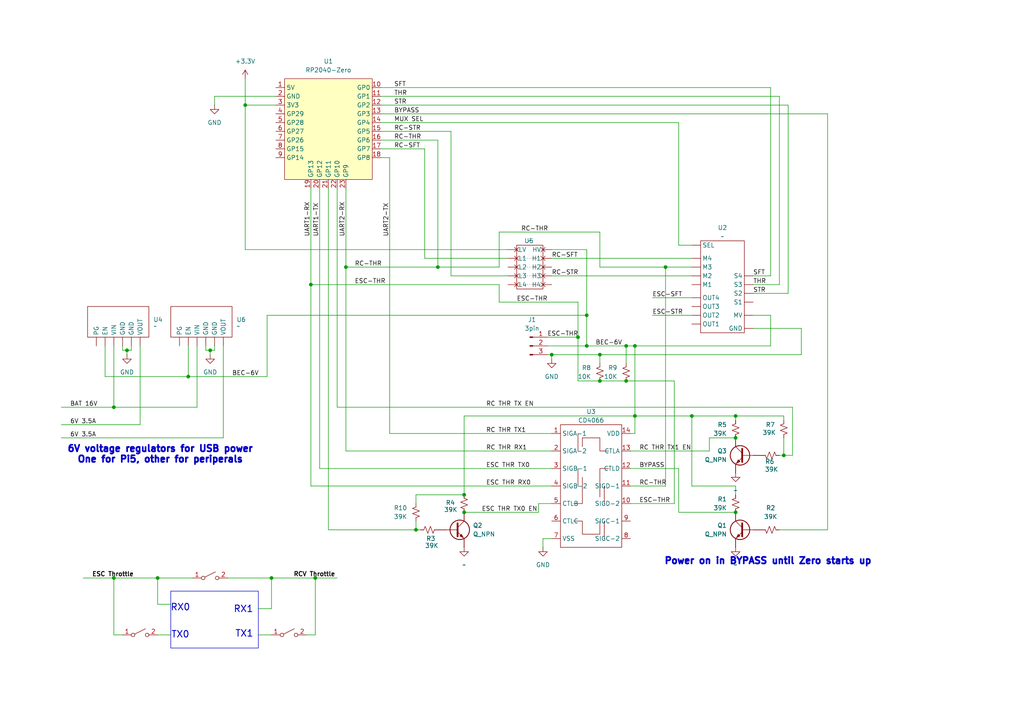
<source format=kicad_sch>
(kicad_sch (version 20250114) (generator "eeschema") (generator_version "9.0")
  (paper "A4")
  (lib_symbols
    (symbol "CD4066_1"
      (property "Reference" "U" (at 0 0 0))
      (symbol "CD4066_1_0_1"
        (rectangle (start -8.89 -5.08) (end 8.89 -40.64))
        (polyline (pts (xy -5.08 -27.94) (xy -2.54 -27.94) (xy -2.54 -20.32)))
        (polyline (pts (xy -5.08 -33.02) (xy -2.54 -33.02) (xy -2.54 -36.83) (xy 2.54 -36.83)))
        (polyline (pts (xy -3.81 -7.62) (xy -3.81 -12.7)))
        (polyline (pts (xy -3.81 -17.78) (xy -3.81 -22.86)))
        (polyline (pts (xy -2.54 -8.89) (xy -2.54 -11.43)))
        (polyline (pts (xy 2.54 -36.83) (xy 2.54 -33.02)))
        (polyline (pts (xy 3.81 -22.86) (xy 3.81 -27.94)))
        (polyline (pts (xy 3.81 -33.02) (xy 3.81 -38.1)))
        (polyline (pts (xy 5.08 -12.7) (xy 2.54 -12.7) (xy 2.54 -8.89) (xy -2.54 -8.89)))
        (polyline (pts (xy 5.08 -17.78) (xy 2.54 -17.78) (xy 2.54 -26.035)))
      )
      (symbol "CD4066_1_1_1"
        (pin passive line (at -11.43 -7.62 0) (length 2.54) (name "SIGA-1") (number "1"))
        (pin passive line (at -11.43 -12.7 0) (length 2.54) (name "SIGA-2") (number "2"))
        (pin passive line (at -11.43 -17.78 0) (length 2.54) (name "SIGB-1") (number "3"))
        (pin passive line (at -11.43 -22.86 0) (length 2.54) (name "SIGB-2") (number "4"))
        (pin input line (at -11.43 -27.94 0) (length 2.54) (name "CTLB") (number "5"))
        (pin input line (at -11.43 -33.02 0) (length 2.54) (name "CTLC") (number "6"))
        (pin power_in line (at -11.43 -38.1 0) (length 2.54) (name "VSS") (number "7"))
        (pin power_in line (at 11.43 -7.62 180) (length 2.54) (name "VDD") (number "14"))
        (pin input line (at 11.43 -12.7 180) (length 2.54) (name "CTLA") (number "13"))
        (pin input line (at 11.43 -17.78 180) (length 2.54) (name "CTLD") (number "12"))
        (pin passive line (at 11.43 -22.86 180) (length 2.54) (name "SIGD-1") (number "11"))
        (pin passive line (at 11.43 -27.94 180) (length 2.54) (name "SIGD-2") (number "10"))
        (pin passive line (at 11.43 -33.02 180) (length 2.54) (name "SIGC-1") (number "9"))
        (pin passive line (at 11.43 -38.1 180) (length 2.54) (name "SIGC-2") (number "8"))
      )
    )
    (symbol "Connector:Conn_01x03_Pin" (pin_names (offset 1.016) (hide yes))
      (property "Reference" "J" (at 0 5.08 0))
      (property "Value" "Conn_01x03_Pin" (at 0 -5.08 0))
      (symbol "Conn_01x03_Pin_1_1"
        (rectangle (start 0.8636 2.667) (end 0 2.413) (stroke (width 0.1524)) (fill (type outline)))
        (rectangle (start 0.8636 0.127) (end 0 -0.127) (stroke (width 0.1524)) (fill (type outline)))
        (rectangle (start 0.8636 -2.413) (end 0 -2.667) (stroke (width 0.1524)) (fill (type outline)))
        (polyline (pts (xy 1.27 2.54) (xy 0.8636 2.54)) (stroke (width 0.1524)))
        (polyline (pts (xy 1.27 0) (xy 0.8636 0)) (stroke (width 0.1524)))
        (polyline (pts (xy 1.27 -2.54) (xy 0.8636 -2.54)) (stroke (width 0.1524)))
        (pin passive line (at 5.08 2.54 180) (length 3.81) (name "Pin_1") (number "1"))
        (pin passive line (at 5.08 0 180) (length 3.81) (name "Pin_2") (number "2"))
        (pin passive line (at 5.08 -2.54 180) (length 3.81) (name "Pin_3") (number "3"))
      )
    )
    (symbol "D36V28F6_1"
      (property "Reference" "U" (at 0 0 0))
      (symbol "D36V28F6_1_0_1"
        (rectangle (start -8.89 -2.54) (end 8.89 -11.43))
      )
      (symbol "D36V28F6_1_1_1"
        (pin open_collector line (at -6.35 -13.97 90) (length 2.54) (name "PG") (number ""))
        (pin input line (at -3.81 -13.97 90) (length 2.54) (name "EN") (number ""))
        (pin power_in line (at -1.27 -13.97 90) (length 2.54) (name "VIN") (number ""))
        (pin power_in line (at 1.27 -13.97 90) (length 2.54) (name "GND") (number ""))
        (pin power_in line (at 3.81 -13.97 90) (length 2.54) (name "GND") (number ""))
        (pin power_out line (at 6.35 -13.97 90) (length 2.54) (name "VOUT") (number ""))
      )
    )
    (symbol "Device:Q_NPN" (pin_numbers (hide yes)) (pin_names (offset 0) (hide yes))
      (property "Reference" "Q" (at 5.08 1.27 0))
      (property "Value" "Q_NPN" (at 5.08 -1.27 0))
      (symbol "Q_NPN_0_1"
        (polyline (pts (xy -2.54 0) (xy 0.635 0)))
        (polyline (pts (xy 0.635 1.905) (xy 0.635 -1.905)) (stroke (width 0.508)))
        (polyline (pts (xy 0.635 0.635) (xy 2.54 2.54)))
        (polyline (pts (xy 0.635 -0.635) (xy 2.54 -2.54)))
        (circle (center 1.27 0) (radius 2.8194) (stroke (width 0.254)))
        (polyline (pts (xy 1.27 -1.778) (xy 1.778 -1.27) (xy 2.286 -2.286) (xy 1.27 -1.778)) (fill (type outline)))
      )
      (symbol "Q_NPN_1_1"
        (pin input line (at -5.08 0 0) (length 2.54) (name "B") (number "B"))
        (pin passive line (at 2.54 5.08 270) (length 2.54) (name "C") (number "C"))
        (pin passive line (at 2.54 -5.08 90) (length 2.54) (name "E") (number "E"))
      )
    )
    (symbol "Device:R_Small_US" (pin_numbers (hide yes)) (pin_names (offset 0.254) (hide yes))
      (property "Reference" "R" (at 0.762 0.508 0))
      (property "Value" "R_Small_US" (at 0.762 -1.016 0))
      (symbol "R_Small_US_1_1"
        (polyline (pts (xy 0 1.524) (xy 1.016 1.143) (xy 0 0.762) (xy -1.016 0.381) (xy 0 0)))
        (polyline (pts (xy 0 0) (xy 1.016 -0.381) (xy 0 -0.762) (xy -1.016 -1.143) (xy 0 -1.524)))
        (pin passive line (at 0 2.54 270) (length 1.016) (name "~") (number "1"))
        (pin passive line (at 0 -2.54 90) (length 1.016) (name "~") (number "2"))
      )
    )
    (symbol "MyRobot:D36V28F6"
      (property "Reference" "U" (at 0 0 0))
      (symbol "D36V28F6_0_1"
        (rectangle (start -8.89 -2.54) (end 8.89 -11.43))
      )
      (symbol "D36V28F6_1_1"
        (pin open_collector line (at -6.35 -13.97 90) (length 2.54) (name "PG") (number ""))
        (pin input line (at -3.81 -13.97 90) (length 2.54) (name "EN") (number ""))
        (pin power_in line (at -1.27 -13.97 90) (length 2.54) (name "VIN") (number ""))
        (pin power_in line (at 1.27 -13.97 90) (length 2.54) (name "GND") (number ""))
        (pin power_in line (at 3.81 -13.97 90) (length 2.54) (name "GND") (number ""))
        (pin power_out line (at 6.35 -13.97 90) (length 2.54) (name "VOUT") (number ""))
      )
    )
    (symbol "MyRobot:LVL-SHIFT"
      (property "Reference" "U" (at 0 0 0))
      (symbol "LVL-SHIFT_0_1"
        (rectangle (start -3.81 -1.27) (end 3.81 -13.97))
        (polyline (pts (xy -2.54 -5.08) (xy 2.54 -5.08)) (stroke (width 0) (type dot)))
        (polyline (pts (xy -2.54 -7.62) (xy 2.54 -7.62)) (stroke (width 0) (type dot)))
        (polyline (pts (xy -2.54 -10.16) (xy 2.54 -10.16)) (stroke (width 0) (type dot)))
        (polyline (pts (xy -2.54 -12.7) (xy 2.54 -12.7)) (stroke (width 0) (type dot)))
      )
      (symbol "LVL-SHIFT_1_1"
        (pin power_in non_logic (at -6.35 -2.54 0) (length 2.54) (name "LV") (number ""))
        (pin passive non_logic (at -6.35 -5.08 0) (length 2.54) (name "L1") (number ""))
        (pin passive non_logic (at -6.35 -7.62 0) (length 2.54) (name "L2") (number ""))
        (pin passive non_logic (at -6.35 -10.16 0) (length 2.54) (name "L3") (number ""))
        (pin passive non_logic (at -6.35 -12.7 0) (length 2.54) (name "L4") (number ""))
        (pin power_in non_logic (at 6.35 -2.54 180) (length 2.54) (name "HV") (number ""))
        (pin passive non_logic (at 6.35 -5.08 180) (length 2.54) (name "H1") (number ""))
        (pin passive non_logic (at 6.35 -7.62 180) (length 2.54) (name "H2") (number ""))
        (pin passive non_logic (at 6.35 -10.16 180) (length 2.54) (name "H3") (number ""))
        (pin passive non_logic (at 6.35 -12.7 180) (length 2.54) (name "H4") (number ""))
      )
    )
    (symbol "MyRobot:RCMUX"
      (property "Reference" "U" (at 0 0 0))
      (symbol "RCMUX_0_1"
        (rectangle (start -6.35 -1.27) (end 6.35 -27.94))
      )
      (symbol "RCMUX_1_1"
        (pin input line (at -8.89 -2.54 0) (length 2.54) (name "SEL") (number ""))
        (pin input line (at -8.89 -6.35 0) (length 2.54) (name "M4") (number ""))
        (pin input line (at -8.89 -8.89 0) (length 2.54) (name "M3") (number ""))
        (pin input line (at -8.89 -11.43 0) (length 2.54) (name "M2") (number ""))
        (pin input line (at -8.89 -13.97 0) (length 2.54) (name "M1") (number ""))
        (pin output line (at -8.89 -17.78 0) (length 2.54) (name "OUT4") (number ""))
        (pin output line (at -8.89 -20.32 0) (length 2.54) (name "OUT3") (number ""))
        (pin output line (at -8.89 -22.86 0) (length 2.54) (name "OUT2") (number ""))
        (pin output line (at -8.89 -25.4 0) (length 2.54) (name "OUT1") (number ""))
        (pin input line (at 8.89 -11.43 180) (length 2.54) (name "S4") (number ""))
        (pin input line (at 8.89 -13.97 180) (length 2.54) (name "S3") (number ""))
        (pin input line (at 8.89 -16.51 180) (length 2.54) (name "S2") (number ""))
        (pin input line (at 8.89 -19.05 180) (length 2.54) (name "S1") (number ""))
        (pin input line (at 8.89 -22.86 180) (length 2.54) (name "MV") (number ""))
        (pin input line (at 8.89 -26.67 180) (length 2.54) (name "GND") (number ""))
      )
    )
    (symbol "RP2040:RP2040-Zero"
      (property "Reference" "U" (at 0 0 0))
      (property "Value" "RP2040-Zero" (at 0 8.89 0))
      (symbol "RP2040-Zero_0_1"
        (rectangle (start -12.7 7.62) (end 12.7 -21.59) (fill (type background)))
      )
      (symbol "RP2040-Zero_1_1"
        (pin power_in line (at -15.24 5.08 0) (length 2.54) (name "5V") (number "1"))
        (pin power_in line (at -15.24 2.54 0) (length 2.54) (name "GND") (number "2"))
        (pin power_in line (at -15.24 0 0) (length 2.54) (name "3V3") (number "3"))
        (pin bidirectional line (at -15.24 -2.54 0) (length 2.54) (name "GP29") (number "4"))
        (pin bidirectional line (at -15.24 -5.08 0) (length 2.54) (name "GP28") (number "5"))
        (pin bidirectional line (at -15.24 -7.62 0) (length 2.54) (name "GP27") (number "6"))
        (pin bidirectional line (at -15.24 -10.16 0) (length 2.54) (name "GP26") (number "7"))
        (pin bidirectional line (at -15.24 -12.7 0) (length 2.54) (name "GP15") (number "8"))
        (pin bidirectional line (at -15.24 -15.24 0) (length 2.54) (name "GP14") (number "9"))
        (pin bidirectional line (at -5.08 -24.13 90) (length 2.54) (name "GP13") (number "19"))
        (pin bidirectional line (at -2.54 -24.13 90) (length 2.54) (name "GP12") (number "20"))
        (pin bidirectional line (at 0 -24.13 90) (length 2.54) (name "GP11") (number "21"))
        (pin bidirectional line (at 2.54 -24.13 90) (length 2.54) (name "GP10") (number "22"))
        (pin bidirectional line (at 5.08 -24.13 90) (length 2.54) (name "GP9") (number "23"))
        (pin bidirectional line (at 15.24 5.08 180) (length 2.54) (name "GP0") (number "10"))
        (pin bidirectional line (at 15.24 2.54 180) (length 2.54) (name "GP1") (number "11"))
        (pin bidirectional line (at 15.24 0 180) (length 2.54) (name "GP2") (number "12"))
        (pin bidirectional line (at 15.24 -2.54 180) (length 2.54) (name "GP3") (number "13"))
        (pin bidirectional line (at 15.24 -5.08 180) (length 2.54) (name "GP4") (number "14"))
        (pin bidirectional line (at 15.24 -7.62 180) (length 2.54) (name "GP5") (number "15"))
        (pin bidirectional line (at 15.24 -10.16 180) (length 2.54) (name "GP6") (number "16"))
        (pin bidirectional line (at 15.24 -12.7 180) (length 2.54) (name "GP7") (number "17"))
        (pin bidirectional line (at 15.24 -15.24 180) (length 2.54) (name "GP8") (number "18"))
      )
    )
    (symbol "Switch:SW_SPST" (pin_names (offset 0) (hide yes))
      (property "Reference" "SW" (at 0 3.175 0))
      (property "Value" "SW_SPST" (at 0 -2.54 0))
      (symbol "SW_SPST_0_0"
        (circle (center -2.032 0) (radius 0.508))
        (polyline (pts (xy -1.524 0.254) (xy 1.524 1.778)))
        (circle (center 2.032 0) (radius 0.508))
      )
      (symbol "SW_SPST_1_1"
        (pin passive line (at -5.08 0 0) (length 2.54) (name "A") (number "1"))
        (pin passive line (at 5.08 0 180) (length 2.54) (name "B") (number "2"))
      )
    )
    (symbol "power:+3.3V" (power) (pin_numbers (hide yes)) (pin_names (offset 0) (hide yes))
      (property "Value" "+3.3V" (at 0 3.556 0))
      (symbol "+3.3V_0_1"
        (polyline (pts (xy -0.762 1.27) (xy 0 2.54)))
        (polyline (pts (xy 0 2.54) (xy 0.762 1.27)))
        (polyline (pts (xy 0 0) (xy 0 2.54)))
      )
      (symbol "+3.3V_1_1"
        (pin power_in line (at 0 0 90) (length 0) (name "~") (number "1"))
      )
    )
    (symbol "power:GND" (power) (pin_numbers (hide yes)) (pin_names (offset 0) (hide yes))
      (property "Value" "GND" (at 0 -3.81 0))
      (symbol "GND_0_1"
        (polyline (pts (xy 0 0) (xy 0 -1.27) (xy 1.27 -1.27) (xy 0 -2.54) (xy -1.27 -1.27) (xy 0 -1.27)))
      )
      (symbol "GND_1_1"
        (pin power_in line (at 0 0 270) (length 0) (name "~") (number "1"))
      )
    )
  )
  (rectangle (start 49.53 171.45) (end 74.93 187.96))
  (text "TX0" (at 52.324 184.15 0) (effects (font (size 1.905 1.905) (thickness 0.254) (bold yes))))
  (text "Power on in BYPASS until Zero starts up" (at 222.758 162.814 0) (effects (font (size 1.905 1.905) (thickness 0.508) (bold yes))))
  (text "6V voltage regulators for USB power\nOne for Pi5, other for periperals" (at 46.482 131.826 0) (effects (font (size 1.905 1.905) (thickness 0.508) (bold yes))))
  (text "RX1" (at 70.612 176.784 0) (effects (font (size 1.905 1.905) (thickness 0.254) (bold yes))))
  (text "RX0" (at 52.324 176.276 0) (effects (font (size 1.905 1.905) (thickness 0.254) (bold yes))))
  (text "TX1" (at 70.866 183.896 0) (effects (font (size 1.905 1.905) (thickness 0.254) (bold yes))))
  (junction (at 167.64 97.79))
  (junction (at 184.15 100.33))
  (junction (at 134.62 143.51))
  (junction (at 120.65 153.67))
  (junction (at 213.36 120.65))
  (junction (at 160.02 102.87))
  (junction (at 134.62 148.59))
  (junction (at 213.36 127))
  (junction (at 60.96 101.6))
  (junction (at 90.17 82.55))
  (junction (at 36.83 101.6))
  (junction (at 45.72 167.64))
  (junction (at 181.61 100.33))
  (junction (at 91.44 167.64))
  (junction (at 200.66 120.65))
  (junction (at 193.04 77.47))
  (junction (at 33.02 167.64))
  (junction (at 170.18 91.44))
  (junction (at 127 77.47))
  (junction (at 181.61 110.49))
  (junction (at 78.74 167.64))
  (junction (at 170.18 100.33))
  (junction (at 100.33 77.47))
  (junction (at 71.12 30.48))
  (junction (at 213.36 148.59))
  (junction (at 227.33 132.08))
  (junction (at 173.99 102.87))
  (junction (at 33.02 118.11))
  (junction (at 54.61 109.22))
  (junction (at 173.99 110.49))
  (junction (at 184.15 120.65))
  (wire (pts (xy 110.49 33.02) (xy 240.03 33.02)))
  (wire (pts (xy 228.6 85.09) (xy 218.44 85.09)))
  (wire (pts (xy 100.33 130.81) (xy 160.02 130.81)))
  (wire (pts (xy 113.03 45.72) (xy 113.03 125.73)))
  (wire (pts (xy 90.17 140.97) (xy 160.02 140.97)))
  (wire (pts (xy 130.81 38.1) (xy 130.81 80.01)))
  (wire (pts (xy 71.12 30.48) (xy 80.01 30.48)))
  (wire (pts (xy 62.23 27.94) (xy 80.01 27.94)))
  (wire (pts (xy 45.72 175.26) (xy 49.53 175.26)))
  (wire (pts (xy 144.78 67.31) (xy 173.99 67.31)))
  (wire (pts (xy 130.81 80.01) (xy 147.32 80.01)))
  (wire (pts (xy 36.83 101.6) (xy 36.83 102.87)))
  (wire (pts (xy 77.47 91.44) (xy 77.47 109.22)))
  (wire (pts (xy 35.56 100.33) (xy 35.56 101.6)))
  (wire (pts (xy 232.41 102.87) (xy 232.41 95.25)))
  (wire (pts (xy 195.58 110.49) (xy 195.58 146.05)))
  (wire (pts (xy 33.02 184.15) (xy 35.56 184.15)))
  (wire (pts (xy 64.77 100.33) (xy 64.77 127)))
  (wire (pts (xy 91.44 167.64) (xy 97.79 167.64)))
  (wire (pts (xy 35.56 101.6) (xy 36.83 101.6)))
  (wire (pts (xy 196.85 135.89) (xy 196.85 148.59)))
  (wire (pts (xy 71.12 72.39) (xy 71.12 30.48)))
  (wire (pts (xy 91.44 167.64) (xy 91.44 184.15)))
  (wire (pts (xy 182.88 125.73) (xy 184.15 125.73)))
  (wire (pts (xy 170.18 91.44) (xy 170.18 100.33)))
  (wire (pts (xy 213.36 120.65) (xy 227.33 120.65)))
  (wire (pts (xy 144.78 67.31) (xy 144.78 77.47)))
  (wire (pts (xy 223.52 25.4) (xy 223.52 80.01)))
  (wire (pts (xy 173.99 77.47) (xy 193.04 77.47)))
  (wire (pts (xy 120.65 143.51) (xy 134.62 143.51)))
  (wire (pts (xy 17.78 123.19) (xy 40.64 123.19)))
  (wire (pts (xy 228.6 30.48) (xy 228.6 85.09)))
  (wire (pts (xy 110.49 25.4) (xy 223.52 25.4)))
  (wire (pts (xy 123.19 43.18) (xy 123.19 74.93)))
  (wire (pts (xy 54.61 109.22) (xy 77.47 109.22)))
  (wire (pts (xy 193.04 77.47) (xy 193.04 140.97)))
  (wire (pts (xy 113.03 125.73) (xy 160.02 125.73)))
  (wire (pts (xy 227.33 132.08) (xy 229.87 132.08)))
  (wire (pts (xy 223.52 91.44) (xy 218.44 91.44)))
  (wire (pts (xy 45.72 184.15) (xy 49.53 184.15)))
  (wire (pts (xy 24.13 167.64) (xy 33.02 167.64)))
  (wire (pts (xy 173.99 102.87) (xy 232.41 102.87)))
  (wire (pts (xy 229.87 118.11) (xy 229.87 132.08)))
  (wire (pts (xy 110.49 43.18) (xy 123.19 43.18)))
  (wire (pts (xy 158.75 100.33) (xy 170.18 100.33)))
  (wire (pts (xy 123.19 74.93) (xy 147.32 74.93)))
  (wire (pts (xy 134.62 148.59) (xy 156.21 148.59)))
  (wire (pts (xy 158.75 97.79) (xy 167.64 97.79)))
  (wire (pts (xy 100.33 77.47) (xy 127 77.47)))
  (wire (pts (xy 45.72 167.64) (xy 55.88 167.64)))
  (wire (pts (xy 213.36 148.59) (xy 196.85 148.59)))
  (wire (pts (xy 134.62 120.65) (xy 134.62 143.51)))
  (wire (pts (xy 127 77.47) (xy 144.78 77.47)))
  (wire (pts (xy 189.23 91.44) (xy 200.66 91.44)))
  (wire (pts (xy 160.02 156.21) (xy 157.48 156.21)))
  (wire (pts (xy 193.04 77.47) (xy 200.66 77.47)))
  (wire (pts (xy 110.49 45.72) (xy 113.03 45.72)))
  (wire (pts (xy 184.15 120.65) (xy 184.15 125.73)))
  (wire (pts (xy 160.02 74.93) (xy 200.66 74.93)))
  (wire (pts (xy 205.74 127) (xy 213.36 127)))
  (wire (pts (xy 223.52 100.33) (xy 223.52 91.44)))
  (wire (pts (xy 97.79 54.61) (xy 97.79 118.11)))
  (wire (pts (xy 30.48 100.33) (xy 30.48 109.22)))
  (wire (pts (xy 182.88 135.89) (xy 196.85 135.89)))
  (wire (pts (xy 71.12 22.86) (xy 71.12 30.48)))
  (wire (pts (xy 127 40.64) (xy 127 77.47)))
  (wire (pts (xy 17.78 118.11) (xy 33.02 118.11)))
  (wire (pts (xy 78.74 167.64) (xy 91.44 167.64)))
  (wire (pts (xy 226.06 153.67) (xy 240.03 153.67)))
  (wire (pts (xy 223.52 80.01) (xy 218.44 80.01)))
  (wire (pts (xy 167.64 110.49) (xy 173.99 110.49)))
  (wire (pts (xy 95.25 54.61) (xy 95.25 153.67)))
  (wire (pts (xy 226.06 132.08) (xy 227.33 132.08)))
  (wire (pts (xy 110.49 30.48) (xy 228.6 30.48)))
  (wire (pts (xy 196.85 71.12) (xy 200.66 71.12)))
  (wire (pts (xy 156.21 146.05) (xy 160.02 146.05)))
  (wire (pts (xy 213.36 140.97) (xy 213.36 143.51)))
  (wire (pts (xy 227.33 120.65) (xy 227.33 121.92)))
  (wire (pts (xy 100.33 54.61) (xy 100.33 77.47)))
  (wire (pts (xy 144.78 87.63) (xy 167.64 87.63)))
  (wire (pts (xy 90.17 82.55) (xy 144.78 82.55)))
  (wire (pts (xy 97.79 118.11) (xy 229.87 118.11)))
  (wire (pts (xy 30.48 109.22) (xy 54.61 109.22)))
  (wire (pts (xy 160.02 102.87) (xy 158.75 102.87)))
  (wire (pts (xy 110.49 38.1) (xy 130.81 38.1)))
  (wire (pts (xy 196.85 35.56) (xy 196.85 71.12)))
  (wire (pts (xy 173.99 102.87) (xy 173.99 105.41)))
  (wire (pts (xy 36.83 101.6) (xy 38.1 101.6)))
  (wire (pts (xy 213.36 120.65) (xy 213.36 121.92)))
  (wire (pts (xy 60.96 101.6) (xy 62.23 101.6)))
  (wire (pts (xy 33.02 118.11) (xy 57.15 118.11)))
  (wire (pts (xy 120.65 151.13) (xy 120.65 153.67)))
  (wire (pts (xy 182.88 146.05) (xy 195.58 146.05)))
  (wire (pts (xy 100.33 77.47) (xy 100.33 130.81)))
  (wire (pts (xy 184.15 120.65) (xy 200.66 120.65)))
  (wire (pts (xy 120.65 153.67) (xy 121.92 153.67)))
  (wire (pts (xy 57.15 100.33) (xy 57.15 118.11)))
  (wire (pts (xy 182.88 130.81) (xy 205.74 130.81)))
  (wire (pts (xy 134.62 120.65) (xy 184.15 120.65)))
  (wire (pts (xy 74.93 184.15) (xy 78.74 184.15)))
  (wire (pts (xy 33.02 167.64) (xy 45.72 167.64)))
  (wire (pts (xy 156.21 146.05) (xy 156.21 148.59)))
  (wire (pts (xy 184.15 120.65) (xy 184.15 100.33)))
  (wire (pts (xy 173.99 110.49) (xy 181.61 110.49)))
  (wire (pts (xy 33.02 100.33) (xy 33.02 118.11)))
  (wire (pts (xy 160.02 102.87) (xy 173.99 102.87)))
  (wire (pts (xy 110.49 27.94) (xy 226.06 27.94)))
  (wire (pts (xy 167.64 87.63) (xy 167.64 97.79)))
  (wire (pts (xy 218.44 82.55) (xy 226.06 82.55)))
  (wire (pts (xy 95.25 153.67) (xy 120.65 153.67)))
  (wire (pts (xy 193.04 140.97) (xy 182.88 140.97)))
  (wire (pts (xy 110.49 35.56) (xy 196.85 35.56)))
  (wire (pts (xy 90.17 82.55) (xy 90.17 140.97)))
  (wire (pts (xy 45.72 167.64) (xy 45.72 175.26)))
  (wire (pts (xy 62.23 100.33) (xy 62.23 101.6)))
  (wire (pts (xy 200.66 140.97) (xy 213.36 140.97)))
  (wire (pts (xy 88.9 184.15) (xy 91.44 184.15)))
  (wire (pts (xy 17.78 127) (xy 64.77 127)))
  (wire (pts (xy 226.06 27.94) (xy 226.06 82.55)))
  (wire (pts (xy 189.23 86.36) (xy 200.66 86.36)))
  (wire (pts (xy 181.61 100.33) (xy 184.15 100.33)))
  (wire (pts (xy 33.02 167.64) (xy 33.02 184.15)))
  (wire (pts (xy 227.33 127) (xy 227.33 132.08)))
  (wire (pts (xy 74.93 176.53) (xy 78.74 176.53)))
  (wire (pts (xy 59.69 101.6) (xy 60.96 101.6)))
  (wire (pts (xy 77.47 91.44) (xy 170.18 91.44)))
  (wire (pts (xy 173.99 67.31) (xy 173.99 77.47)))
  (wire (pts (xy 59.69 101.6) (xy 59.69 100.33)))
  (wire (pts (xy 170.18 72.39) (xy 170.18 91.44)))
  (wire (pts (xy 181.61 100.33) (xy 181.61 105.41)))
  (wire (pts (xy 78.74 167.64) (xy 78.74 176.53)))
  (wire (pts (xy 167.64 97.79) (xy 167.64 110.49)))
  (wire (pts (xy 232.41 95.25) (xy 218.44 95.25)))
  (wire (pts (xy 160.02 80.01) (xy 200.66 80.01)))
  (wire (pts (xy 200.66 120.65) (xy 213.36 120.65)))
  (wire (pts (xy 40.64 100.33) (xy 40.64 123.19)))
  (wire (pts (xy 62.23 30.48) (xy 62.23 27.94)))
  (wire (pts (xy 110.49 40.64) (xy 127 40.64)))
  (wire (pts (xy 184.15 100.33) (xy 223.52 100.33)))
  (wire (pts (xy 144.78 82.55) (xy 144.78 87.63)))
  (wire (pts (xy 240.03 33.02) (xy 240.03 153.67)))
  (wire (pts (xy 160.02 104.14) (xy 160.02 102.87)))
  (wire (pts (xy 90.17 54.61) (xy 90.17 82.55)))
  (wire (pts (xy 181.61 110.49) (xy 195.58 110.49)))
  (wire (pts (xy 200.66 120.65) (xy 200.66 140.97)))
  (wire (pts (xy 160.02 135.89) (xy 92.71 135.89)))
  (wire (pts (xy 66.04 167.64) (xy 78.74 167.64)))
  (wire (pts (xy 157.48 156.21) (xy 157.48 158.75)))
  (wire (pts (xy 160.02 72.39) (xy 170.18 72.39)))
  (wire (pts (xy 120.65 146.05) (xy 120.65 143.51)))
  (wire (pts (xy 54.61 100.33) (xy 54.61 109.22)))
  (wire (pts (xy 60.96 101.6) (xy 60.96 102.87)))
  (wire (pts (xy 38.1 100.33) (xy 38.1 101.6)))
  (wire (pts (xy 147.32 72.39) (xy 71.12 72.39)))
  (wire (pts (xy 92.71 135.89) (xy 92.71 54.61)))
  (wire (pts (xy 205.74 127) (xy 205.74 130.81)))
  (wire (pts (xy 170.18 100.33) (xy 181.61 100.33)))
  (label "ESC-THR" (at 185.42 146.05 0))
  (label "ESC Throttle" (at 26.67 167.64 0) (effects (font (thickness 0.254) (bold yes))))
  (label "ESC-THR" (at 158.75 97.79 0))
  (label "UART2-TX" (at 113.03 68.58 90))
  (label "SFT" (at 218.44 80.01 0))
  (label "ESC THR TX0 EN" (at 139.7 148.59 0))
  (label "UART1-TX" (at 92.71 68.58 90))
  (label "ESC-STR" (at 189.23 91.44 0))
  (label "ESC-THR" (at 102.87 82.55 0))
  (label "MUX SEL" (at 114.3 35.56 0))
  (label "UART2-RX" (at 100.33 68.58 90))
  (label "RC-THR" (at 102.87 77.47 0))
  (label "STR" (at 218.44 85.09 0))
  (label "RC THR RX1" (at 140.97 130.81 0))
  (label "RC-SFT" (at 114.3 43.18 0))
  (label "RC-STR" (at 160.02 80.01 0))
  (label "RC THR TX1" (at 140.97 125.73 0))
  (label "SFT" (at 114.3 25.4 0))
  (label "ESC THR RX0" (at 140.97 140.97 0))
  (label "THR" (at 218.44 82.55 0))
  (label "ESC-SFT" (at 189.23 86.36 0))
  (label "BEC-6V" (at 67.31 109.22 0))
  (label "6V 3.5A" (at 20.32 127 0))
  (label "BYPASS" (at 185.42 135.89 0))
  (label "BYPASS" (at 114.3 33.02 0))
  (label "RC-SFT" (at 160.02 74.93 0))
  (label "BEC-6V" (at 172.72 100.33 0))
  (label "RC-STR" (at 114.3 38.1 0))
  (label "RC-THR" (at 185.42 140.97 0))
  (label "RC-THR" (at 151.13 67.31 0))
  (label "RC THR TX EN" (at 140.97 118.11 0))
  (label "RCV Throttle" (at 85.09 167.64 0) (effects (font (thickness 0.254) (bold yes))))
  (label "UART1-RX" (at 90.17 68.58 90))
  (label "BAT 16V" (at 20.32 118.11 0))
  (label "RC-THR" (at 114.3 40.64 0))
  (label "ESC THR TX0" (at 140.97 135.89 0))
  (label "STR" (at 114.3 30.48 0))
  (label "6V 3.5A" (at 20.32 123.19 0))
  (label "THR" (at 114.3 27.94 0))
  (label "ESC-THR" (at 149.86 87.63 0))
  (label "RC THR TX1 EN" (at 185.42 130.81 0))
  (symbol (lib_id "RP2040:RP2040-Zero") (at 95.25 30.48 0) (unit 1)
    (property "Reference" "U1" (at 95.25 17.78 0))
    (property "Value" "RP2040-Zero" (at 95.25 20.32 0))
  )
  (symbol (lib_id "power:GND") (at 62.23 30.48 0) (unit 1)
    (property "Reference" "#PWR02" (effects (hide yes)))
    (property "Value" "GND" (at 62.23 35.56 0))
    (property "Description" "Power symbol creates a global label with name \"GND\" , ground" (effects (hide yes)))
  )
  (symbol (lib_id "Device:R_Small_US") (at 120.65 148.59 0) (mirror y) (unit 1)
    (property "Reference" "R10" (at 118.11 147.3199 0) (effects (justify left)))
    (property "Value" "39K" (at 118.11 149.8599 0) (effects (justify left)))
    (property "Description" "Resistor, small US symbol" (effects (hide yes)))
  )
  (symbol (lib_id "power:GND") (at 213.36 158.75 0) (mirror y) (unit 1)
    (property "Reference" "#PWR05" (effects (hide yes)))
    (property "Value" "~" (at 213.36 163.83 0))
    (property "Description" "Power symbol creates a global label with name \"GND\" , ground" (effects (hide yes)))
  )
  (symbol (lib_name "CD4066_1") (lib_id "MyRobot:CD4066") (at 171.45 118.11 0) (unit 1)
    (property "Reference" "U3" (at 171.45 119.38 0))
    (property "Value" "CD4066" (at 171.45 121.92 0))
  )
  (symbol (lib_id "MyRobot:D36V28F6") (at 34.29 86.36 0) (unit 1)
    (property "Reference" "U4" (at 44.45 92.7099 0) (effects (justify left)))
    (property "Value" "~" (at 44.45 94.615 0) (effects (justify left)))
  )
  (symbol (lib_id "Device:R_Small_US") (at 223.52 132.08 270) (mirror x) (unit 1)
    (property "Reference" "R6" (at 223.266 133.858 90))
    (property "Value" "39K" (at 223.774 136.144 90))
    (property "Description" "Resistor, small US symbol" (effects (hide yes)))
  )
  (symbol (lib_id "power:GND") (at 160.02 104.14 0) (unit 1)
    (property "Reference" "#PWR01" (effects (hide yes)))
    (property "Value" "GND" (at 160.02 109.22 0))
    (property "Description" "Power symbol creates a global label with name \"GND\" , ground" (effects (hide yes)))
  )
  (symbol (lib_id "Device:Q_NPN") (at 215.9 153.67 0) (mirror y) (unit 1)
    (property "Reference" "Q1" (at 210.82 152.3999 0) (effects (justify left)))
    (property "Value" "Q_NPN" (at 210.82 154.9399 0) (effects (justify left)))
    (property "Description" "NPN bipolar junction transistor" (effects (hide yes)))
  )
  (symbol (lib_id "Switch:SW_SPST") (at 40.64 184.15 0) (unit 1)
    (property "Reference" "SW2" (effects (hide yes)))
    (property "Value" "SW_SPST" (effects (hide yes)))
    (property "Description" "Single Pole Single Throw (SPST) switch" (effects (hide yes)))
  )
  (symbol (lib_id "MyRobot:LVL-SHIFT") (at 153.67 69.85 0) (unit 1)
    (property "Reference" "U5" (at 153.416 69.85 0))
    (property "Value" "~" (at 153.67 69.85 0))
  )
  (symbol (lib_id "power:+3.3V") (at 71.12 22.86 0) (unit 1)
    (property "Reference" "#PWR03" (effects (hide yes)))
    (property "Value" "+3.3V" (at 71.12 17.78 0))
    (property "Description" "Power symbol creates a global label with name \"+3.3V\"" (effects (hide yes)))
  )
  (symbol (lib_id "Device:R_Small_US") (at 134.62 146.05 0) (unit 1)
    (property "Reference" "R4" (at 129.286 145.796 0) (effects (justify left)))
    (property "Value" "39K" (at 128.778 147.828 0) (effects (justify left)))
    (property "Description" "Resistor, small US symbol" (effects (hide yes)))
  )
  (symbol (lib_id "MyRobot:RCMUX") (at 209.55 68.58 0) (unit 1)
    (property "Reference" "U2" (at 209.55 66.04 0))
    (property "Value" "~" (at 209.55 68.58 0))
  )
  (symbol (lib_id "Connector:Conn_01x03_Pin") (at 153.67 100.33 0) (unit 1)
    (property "Reference" "J1" (at 154.305 92.71 0))
    (property "Value" "3pin" (at 154.305 95.25 0))
    (property "Description" "Generic connector, single row, 01x03, script generated" (effects (hide yes)))
  )
  (symbol (lib_id "Device:R_Small_US") (at 223.52 153.67 270) (mirror x) (unit 1)
    (property "Reference" "R2" (at 223.52 147.32 90))
    (property "Value" "39K" (at 223.52 149.86 90))
    (property "Description" "Resistor, small US symbol" (effects (hide yes)))
  )
  (symbol (lib_id "power:GND") (at 157.48 158.75 0) (unit 1)
    (property "Reference" "#PWR04" (effects (hide yes)))
    (property "Value" "GND" (at 157.48 163.83 0))
    (property "Description" "Power symbol creates a global label with name \"GND\" , ground" (effects (hide yes)))
  )
  (symbol (lib_id "Switch:SW_SPST") (at 60.96 167.64 0) (unit 1)
    (property "Reference" "SW1" (effects (hide yes)))
    (property "Value" "SW_SPST" (effects (hide yes)))
    (property "Description" "Single Pole Single Throw (SPST) switch" (effects (hide yes)))
  )
  (symbol (lib_id "Device:R_Small_US") (at 213.36 124.46 0) (mirror y) (unit 1)
    (property "Reference" "R5" (at 210.82 123.1899 0) (effects (justify left)))
    (property "Value" "39K" (at 210.82 125.7299 0) (effects (justify left)))
    (property "Description" "Resistor, small US symbol" (effects (hide yes)))
  )
  (symbol (lib_id "Device:R_Small_US") (at 173.99 107.95 0) (mirror y) (unit 1)
    (property "Reference" "R8" (at 171.45 106.6799 0) (effects (justify left)))
    (property "Value" "10K" (at 171.45 109.2199 0) (effects (justify left)))
    (property "Description" "Resistor, small US symbol" (effects (hide yes)))
  )
  (symbol (lib_id "Device:R_Small_US") (at 181.61 107.95 0) (mirror y) (unit 1)
    (property "Reference" "R9" (at 179.07 106.6799 0) (effects (justify left)))
    (property "Value" "10K" (at 179.07 109.2199 0) (effects (justify left)))
    (property "Description" "Resistor, small US symbol" (effects (hide yes)))
  )
  (symbol (lib_id "power:GND") (at 36.83 102.87 0) (unit 1)
    (property "Reference" "#PWR06" (effects (hide yes)))
    (property "Value" "GND" (at 36.83 107.95 0))
    (property "Description" "Power symbol creates a global label with name \"GND\" , ground" (effects (hide yes)))
  )
  (symbol (lib_id "Switch:SW_SPST") (at 83.82 184.15 0) (unit 1)
    (property "Reference" "SW3" (effects (hide yes)))
    (property "Value" "SW_SPST" (effects (hide yes)))
    (property "Description" "Single Pole Single Throw (SPST) switch" (effects (hide yes)))
  )
  (symbol (lib_id "Device:Q_NPN") (at 132.08 153.67 0) (unit 1)
    (property "Reference" "Q2" (at 137.16 152.3999 0) (effects (justify left)))
    (property "Value" "Q_NPN" (at 137.16 154.9399 0) (effects (justify left)))
    (property "Description" "NPN bipolar junction transistor" (effects (hide yes)))
  )
  (symbol (lib_id "Device:Q_NPN") (at 215.9 132.08 0) (mirror y) (unit 1)
    (property "Reference" "Q3" (at 210.82 130.8099 0) (effects (justify left)))
    (property "Value" "Q_NPN" (at 210.82 133.3499 0) (effects (justify left)))
    (property "Description" "NPN bipolar junction transistor" (effects (hide yes)))
  )
  (symbol (lib_id "power:GND") (at 60.96 102.87 0) (unit 1)
    (property "Reference" "#PWR07" (effects (hide yes)))
    (property "Value" "GND" (at 60.96 107.95 0))
    (property "Description" "Power symbol creates a global label with name \"GND\" , ground" (effects (hide yes)))
  )
  (symbol (lib_id "Device:R_Small_US") (at 213.36 146.05 0) (mirror y) (unit 1)
    (property "Reference" "R1" (at 210.82 144.7799 0) (effects (justify left)))
    (property "Value" "39K" (at 210.82 147.3199 0) (effects (justify left)))
    (property "Description" "Resistor, small US symbol" (effects (hide yes)))
  )
  (symbol (lib_id "Device:R_Small_US") (at 227.33 124.46 0) (mirror y) (unit 1)
    (property "Reference" "R7" (at 224.79 123.1899 0) (effects (justify left)))
    (property "Value" "39K" (at 225.044 125.476 0) (effects (justify left)))
    (property "Description" "Resistor, small US symbol" (effects (hide yes)))
  )
  (symbol (lib_id "power:GND") (at 213.36 137.16 0) (mirror y) (unit 1)
    (property "Reference" "#PWR09" (effects (hide yes)))
    (property "Value" "~" (at 213.36 142.24 0))
    (property "Description" "Power symbol creates a global label with name \"GND\" , ground" (effects (hide yes)))
  )
  (symbol (lib_name "D36V28F6_1") (lib_id "MyRobot:D36V28F6") (at 58.42 86.36 0) (unit 1)
    (property "Reference" "U6" (at 68.58 92.7099 0) (effects (justify left)))
    (property "Value" "~" (at 68.58 94.615 0) (effects (justify left)))
  )
  (symbol (lib_id "Device:R_Small_US") (at 124.46 153.67 90) (unit 1)
    (property "Reference" "R3" (at 124.968 156.21 90))
    (property "Value" "39K" (at 125.222 158.242 90))
    (property "Description" "Resistor, small US symbol" (effects (hide yes)))
  )
  (symbol (lib_id "power:GND") (at 134.62 158.75 0) (unit 1)
    (property "Reference" "#PWR08" (effects (hide yes)))
    (property "Value" "~" (at 134.62 163.83 0))
    (property "Description" "Power symbol creates a global label with name \"GND\" , ground" (effects (hide yes)))
  )
)
</source>
